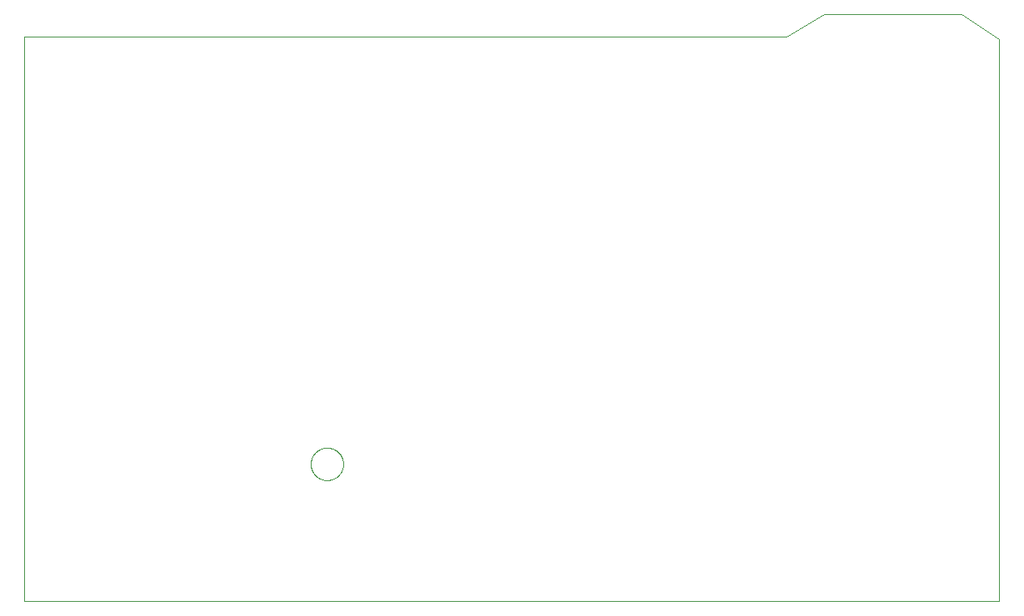
<source format=gbo>
G75*
%MOIN*%
%OFA0B0*%
%FSLAX25Y25*%
%IPPOS*%
%LPD*%
%AMOC8*
5,1,8,0,0,1.08239X$1,22.5*
%
%ADD10C,0.00000*%
%ADD11C,0.00100*%
D10*
X0045000Y0005000D02*
X0434951Y0005000D01*
X0434951Y0229961D01*
X0159500Y0060000D02*
X0159502Y0060161D01*
X0159508Y0060321D01*
X0159518Y0060482D01*
X0159532Y0060642D01*
X0159550Y0060802D01*
X0159571Y0060961D01*
X0159597Y0061120D01*
X0159627Y0061278D01*
X0159660Y0061435D01*
X0159698Y0061592D01*
X0159739Y0061747D01*
X0159784Y0061901D01*
X0159833Y0062054D01*
X0159886Y0062206D01*
X0159942Y0062357D01*
X0160003Y0062506D01*
X0160066Y0062654D01*
X0160134Y0062800D01*
X0160205Y0062944D01*
X0160279Y0063086D01*
X0160357Y0063227D01*
X0160439Y0063365D01*
X0160524Y0063502D01*
X0160612Y0063636D01*
X0160704Y0063768D01*
X0160799Y0063898D01*
X0160897Y0064026D01*
X0160998Y0064151D01*
X0161102Y0064273D01*
X0161209Y0064393D01*
X0161319Y0064510D01*
X0161432Y0064625D01*
X0161548Y0064736D01*
X0161667Y0064845D01*
X0161788Y0064950D01*
X0161912Y0065053D01*
X0162038Y0065153D01*
X0162166Y0065249D01*
X0162297Y0065342D01*
X0162431Y0065432D01*
X0162566Y0065519D01*
X0162704Y0065602D01*
X0162843Y0065682D01*
X0162985Y0065758D01*
X0163128Y0065831D01*
X0163273Y0065900D01*
X0163420Y0065966D01*
X0163568Y0066028D01*
X0163718Y0066086D01*
X0163869Y0066141D01*
X0164022Y0066192D01*
X0164176Y0066239D01*
X0164331Y0066282D01*
X0164487Y0066321D01*
X0164643Y0066357D01*
X0164801Y0066388D01*
X0164959Y0066416D01*
X0165118Y0066440D01*
X0165278Y0066460D01*
X0165438Y0066476D01*
X0165598Y0066488D01*
X0165759Y0066496D01*
X0165920Y0066500D01*
X0166080Y0066500D01*
X0166241Y0066496D01*
X0166402Y0066488D01*
X0166562Y0066476D01*
X0166722Y0066460D01*
X0166882Y0066440D01*
X0167041Y0066416D01*
X0167199Y0066388D01*
X0167357Y0066357D01*
X0167513Y0066321D01*
X0167669Y0066282D01*
X0167824Y0066239D01*
X0167978Y0066192D01*
X0168131Y0066141D01*
X0168282Y0066086D01*
X0168432Y0066028D01*
X0168580Y0065966D01*
X0168727Y0065900D01*
X0168872Y0065831D01*
X0169015Y0065758D01*
X0169157Y0065682D01*
X0169296Y0065602D01*
X0169434Y0065519D01*
X0169569Y0065432D01*
X0169703Y0065342D01*
X0169834Y0065249D01*
X0169962Y0065153D01*
X0170088Y0065053D01*
X0170212Y0064950D01*
X0170333Y0064845D01*
X0170452Y0064736D01*
X0170568Y0064625D01*
X0170681Y0064510D01*
X0170791Y0064393D01*
X0170898Y0064273D01*
X0171002Y0064151D01*
X0171103Y0064026D01*
X0171201Y0063898D01*
X0171296Y0063768D01*
X0171388Y0063636D01*
X0171476Y0063502D01*
X0171561Y0063365D01*
X0171643Y0063227D01*
X0171721Y0063086D01*
X0171795Y0062944D01*
X0171866Y0062800D01*
X0171934Y0062654D01*
X0171997Y0062506D01*
X0172058Y0062357D01*
X0172114Y0062206D01*
X0172167Y0062054D01*
X0172216Y0061901D01*
X0172261Y0061747D01*
X0172302Y0061592D01*
X0172340Y0061435D01*
X0172373Y0061278D01*
X0172403Y0061120D01*
X0172429Y0060961D01*
X0172450Y0060802D01*
X0172468Y0060642D01*
X0172482Y0060482D01*
X0172492Y0060321D01*
X0172498Y0060161D01*
X0172500Y0060000D01*
X0172498Y0059839D01*
X0172492Y0059679D01*
X0172482Y0059518D01*
X0172468Y0059358D01*
X0172450Y0059198D01*
X0172429Y0059039D01*
X0172403Y0058880D01*
X0172373Y0058722D01*
X0172340Y0058565D01*
X0172302Y0058408D01*
X0172261Y0058253D01*
X0172216Y0058099D01*
X0172167Y0057946D01*
X0172114Y0057794D01*
X0172058Y0057643D01*
X0171997Y0057494D01*
X0171934Y0057346D01*
X0171866Y0057200D01*
X0171795Y0057056D01*
X0171721Y0056914D01*
X0171643Y0056773D01*
X0171561Y0056635D01*
X0171476Y0056498D01*
X0171388Y0056364D01*
X0171296Y0056232D01*
X0171201Y0056102D01*
X0171103Y0055974D01*
X0171002Y0055849D01*
X0170898Y0055727D01*
X0170791Y0055607D01*
X0170681Y0055490D01*
X0170568Y0055375D01*
X0170452Y0055264D01*
X0170333Y0055155D01*
X0170212Y0055050D01*
X0170088Y0054947D01*
X0169962Y0054847D01*
X0169834Y0054751D01*
X0169703Y0054658D01*
X0169569Y0054568D01*
X0169434Y0054481D01*
X0169296Y0054398D01*
X0169157Y0054318D01*
X0169015Y0054242D01*
X0168872Y0054169D01*
X0168727Y0054100D01*
X0168580Y0054034D01*
X0168432Y0053972D01*
X0168282Y0053914D01*
X0168131Y0053859D01*
X0167978Y0053808D01*
X0167824Y0053761D01*
X0167669Y0053718D01*
X0167513Y0053679D01*
X0167357Y0053643D01*
X0167199Y0053612D01*
X0167041Y0053584D01*
X0166882Y0053560D01*
X0166722Y0053540D01*
X0166562Y0053524D01*
X0166402Y0053512D01*
X0166241Y0053504D01*
X0166080Y0053500D01*
X0165920Y0053500D01*
X0165759Y0053504D01*
X0165598Y0053512D01*
X0165438Y0053524D01*
X0165278Y0053540D01*
X0165118Y0053560D01*
X0164959Y0053584D01*
X0164801Y0053612D01*
X0164643Y0053643D01*
X0164487Y0053679D01*
X0164331Y0053718D01*
X0164176Y0053761D01*
X0164022Y0053808D01*
X0163869Y0053859D01*
X0163718Y0053914D01*
X0163568Y0053972D01*
X0163420Y0054034D01*
X0163273Y0054100D01*
X0163128Y0054169D01*
X0162985Y0054242D01*
X0162843Y0054318D01*
X0162704Y0054398D01*
X0162566Y0054481D01*
X0162431Y0054568D01*
X0162297Y0054658D01*
X0162166Y0054751D01*
X0162038Y0054847D01*
X0161912Y0054947D01*
X0161788Y0055050D01*
X0161667Y0055155D01*
X0161548Y0055264D01*
X0161432Y0055375D01*
X0161319Y0055490D01*
X0161209Y0055607D01*
X0161102Y0055727D01*
X0160998Y0055849D01*
X0160897Y0055974D01*
X0160799Y0056102D01*
X0160704Y0056232D01*
X0160612Y0056364D01*
X0160524Y0056498D01*
X0160439Y0056635D01*
X0160357Y0056773D01*
X0160279Y0056914D01*
X0160205Y0057056D01*
X0160134Y0057200D01*
X0160066Y0057346D01*
X0160003Y0057494D01*
X0159942Y0057643D01*
X0159886Y0057794D01*
X0159833Y0057946D01*
X0159784Y0058099D01*
X0159739Y0058253D01*
X0159698Y0058408D01*
X0159660Y0058565D01*
X0159627Y0058722D01*
X0159597Y0058880D01*
X0159571Y0059039D01*
X0159550Y0059198D01*
X0159532Y0059358D01*
X0159518Y0059518D01*
X0159508Y0059679D01*
X0159502Y0059839D01*
X0159500Y0060000D01*
X0045000Y0005000D02*
X0045000Y0229961D01*
D11*
X0045000Y0230000D02*
X0045000Y0231250D01*
X0350000Y0231250D01*
X0365000Y0240000D01*
X0420000Y0240000D01*
X0435000Y0230000D01*
M02*

</source>
